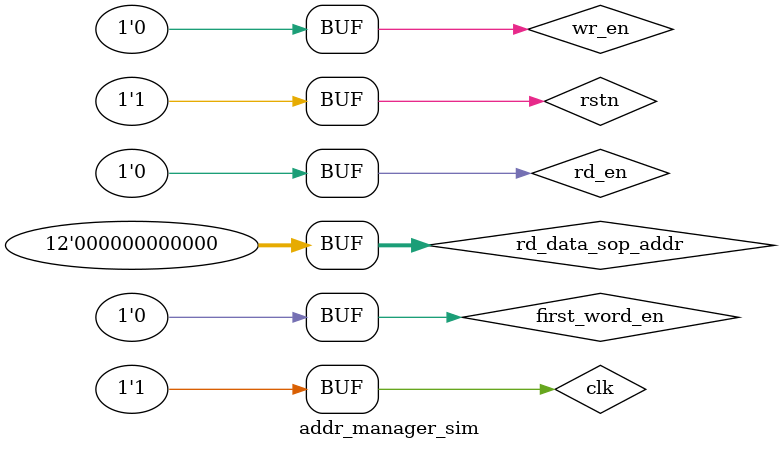
<source format=v>
`timescale 1ps / 1ps


module addr_manager_sim;

reg clk;
reg rstn;


localparam DATA_WIDTH = 12;
localparam ADDR_WIDTH = 12;

reg[DATA_WIDTH-1:0] rd_data_sop_addr;
reg                 rd_en;
reg                 wr_en;
reg                 first_word_en;

wire[DATA_WIDTH-1:0] fl_head;
wire[DATA_WIDTH-1:0] remain_space;
wire[DATA_WIDTH-1:0] next_addr;


wire w_out_almost_full;
wire w_out_is_empty;

addr_manager_v0_1
#(
.ADDR_TABLE_DEPTH(49)
)
addr(
.s_axis_wr_en(wr_en),
.s_axis_rd_en(rd_en),
.s_axis_first_word_en(first_word_en),
//s_axis_wr_addr,
.s_axis_rd_addr(rd_data_sop_addr),

.m_axis_fl_head(fl_head),   // next available address, same as free list head.
.m_axis_rd_next_addr(next_addr),
      
.m_axis_remain_space(remain_space),
.m_axis_almost_full(w_out_almost_full),
.m_axis_is_empty(w_out_is_empty),

.clk(clk),
.rstn(rstn)    //active low
);


//clock
always begin 
  #(5000 / 2) clk =  0; 
  #(5000 / 2) clk =  1; 
end

initial begin
rstn = 0;

rd_data_sop_addr = 0;
rd_en = 0;
wr_en = 0;
first_word_en = 0;


# 100000
rstn = 1;
# 100000

// sync delay
#1
// ..end sync delay


// secenario 1. write 3 word width data.
// expected result. uses addr 0,1,2
// expected result. fl_head = 3.
# 5000 // reset input
rd_data_sop_addr = 0;
rd_en = 0;
wr_en = 0;
first_word_en = 0;

# 5000 // write first word
wr_en = 1;

# 5000 // write 2nd word

# 5000 // write 3rd word

# 5000 // reset input
rd_data_sop_addr = 0;
rd_en = 0;
wr_en = 0;
first_word_en = 0;


// scenario 2. write 2 word width data/
// expected result. uses addr 3,4
// expected result. fl_head = 5.
# 5000 // reset input
rd_data_sop_addr = 0;
rd_en = 0;
wr_en = 0;
first_word_en = 0;

# 5000 // write 1st word
wr_en = 1;

# 5000 // write 2nd word

# 5000 // reset input
rd_data_sop_addr = 0;
rd_en = 0;
wr_en = 0;
first_word_en = 0;

// scenario 3. read pkt of scenario 2.
// takes 3 cycle
// expected result. fl_tail = 4.

# 5000 // reset input
rd_data_sop_addr = 0;
rd_en = 0;
wr_en = 0;
first_word_en = 0;

# 5000
rd_data_sop_addr = 3;
rd_en = 0;
first_word_en = 1;

# 5000 // read 1st word
rd_en = 1;
first_word_en = 0;

# 5000 // read 2nd word
rd_en = 1;
first_word_en = 0;



# 10000
rd_en = 0;



// scenario 4. write/read pkt. write 5 word wide pkt, and read pkt of scenario 1.
// expected result. fl_tail = 2
// expected result. fl_head = 10
# 5000
wr_en = 1;
rd_en = 0;
rd_data_sop_addr = 0;
first_word_en = 1;

# 5000
first_word_en = 0;

# 15000
rd_en = 0;

# 10000
wr_en = 0;

end


endmodule

</source>
